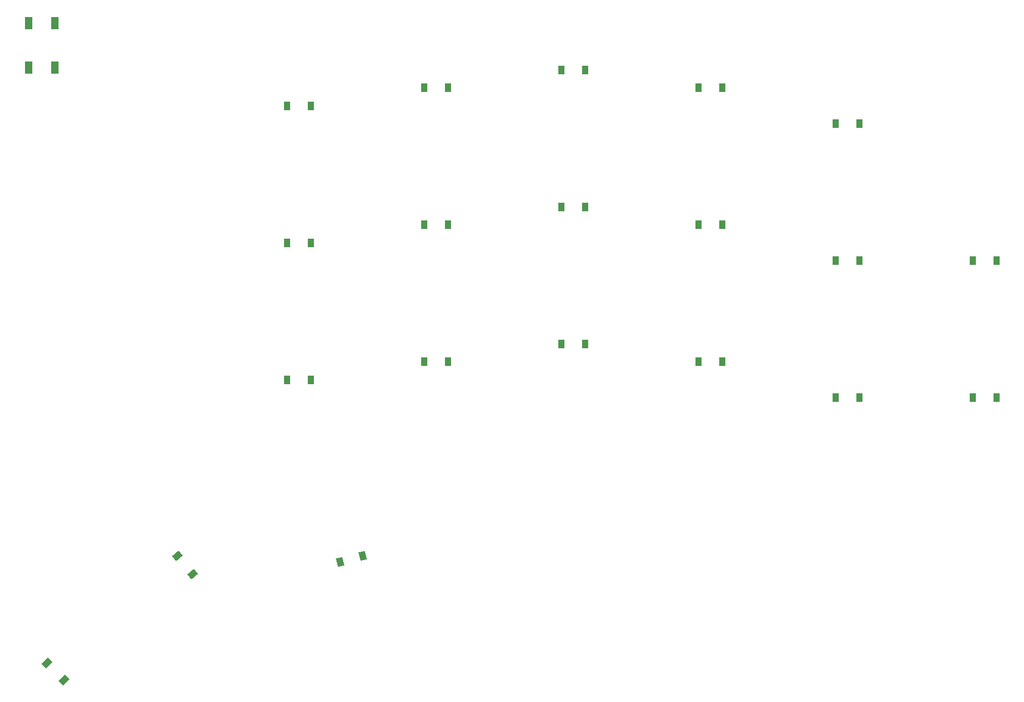
<source format=gbr>
%TF.GenerationSoftware,KiCad,Pcbnew,9.0.7*%
%TF.CreationDate,2026-02-08T22:38:48+02:00*%
%TF.ProjectId,juubo_right_unfinished,6a757562-6f5f-4726-9967-68745f756e66,v1.0.0*%
%TF.SameCoordinates,Original*%
%TF.FileFunction,Paste,Top*%
%TF.FilePolarity,Positive*%
%FSLAX46Y46*%
G04 Gerber Fmt 4.6, Leading zero omitted, Abs format (unit mm)*
G04 Created by KiCad (PCBNEW 9.0.7) date 2026-02-08 22:38:48*
%MOMM*%
%LPD*%
G01*
G04 APERTURE LIST*
G04 Aperture macros list*
%AMRotRect*
0 Rectangle, with rotation*
0 The origin of the aperture is its center*
0 $1 length*
0 $2 width*
0 $3 Rotation angle, in degrees counterclockwise*
0 Add horizontal line*
21,1,$1,$2,0,0,$3*%
G04 Aperture macros list end*
%ADD10R,1.100000X1.800000*%
%ADD11R,0.900000X1.200000*%
%ADD12RotRect,0.900000X1.200000X130.000000*%
%ADD13RotRect,0.900000X1.200000X135.000000*%
%ADD14RotRect,0.900000X1.200000X15.000000*%
G04 APERTURE END LIST*
D10*
%TO.C,B1*%
X135702500Y-107310000D03*
X135702500Y-113510000D03*
X132002500Y-107310000D03*
X132002500Y-113510000D03*
%TD*%
D11*
%TO.C,D9*%
X206030000Y-151900000D03*
X209330000Y-151900000D03*
%TD*%
%TO.C,D6*%
X225080000Y-154400000D03*
X228380000Y-154400000D03*
%TD*%
%TO.C,D4*%
X244130000Y-140350000D03*
X247430000Y-140350000D03*
%TD*%
%TO.C,D16*%
X167930000Y-137850000D03*
X171230000Y-137850000D03*
%TD*%
%TO.C,D15*%
X167930000Y-156900000D03*
X171230000Y-156900000D03*
%TD*%
%TO.C,D13*%
X186980000Y-135350000D03*
X190280000Y-135350000D03*
%TD*%
%TO.C,D2*%
X263180000Y-140350000D03*
X266480000Y-140350000D03*
%TD*%
%TO.C,D7*%
X225080000Y-135350000D03*
X228380000Y-135350000D03*
%TD*%
%TO.C,D10*%
X206030000Y-132850000D03*
X209330000Y-132850000D03*
%TD*%
%TO.C,D3*%
X244130000Y-159400000D03*
X247430000Y-159400000D03*
%TD*%
%TO.C,D8*%
X225080000Y-116300000D03*
X228380000Y-116300000D03*
%TD*%
D12*
%TO.C,D19*%
X154860167Y-183932942D03*
X152738967Y-181404996D03*
%TD*%
D11*
%TO.C,D1*%
X263180000Y-159400000D03*
X266480000Y-159400000D03*
%TD*%
%TO.C,D17*%
X167930000Y-118800000D03*
X171230000Y-118800000D03*
%TD*%
%TO.C,D12*%
X186980000Y-154400000D03*
X190280000Y-154400000D03*
%TD*%
D13*
%TO.C,D20*%
X136927056Y-198621498D03*
X134593604Y-196288046D03*
%TD*%
D11*
%TO.C,D11*%
X206030000Y-113800000D03*
X209330000Y-113800000D03*
%TD*%
%TO.C,D14*%
X186980000Y-116300000D03*
X190280000Y-116300000D03*
%TD*%
%TO.C,D5*%
X244130000Y-121300000D03*
X247430000Y-121300000D03*
%TD*%
D14*
%TO.C,D18*%
X175280317Y-182206679D03*
X178467873Y-181352579D03*
%TD*%
M02*

</source>
